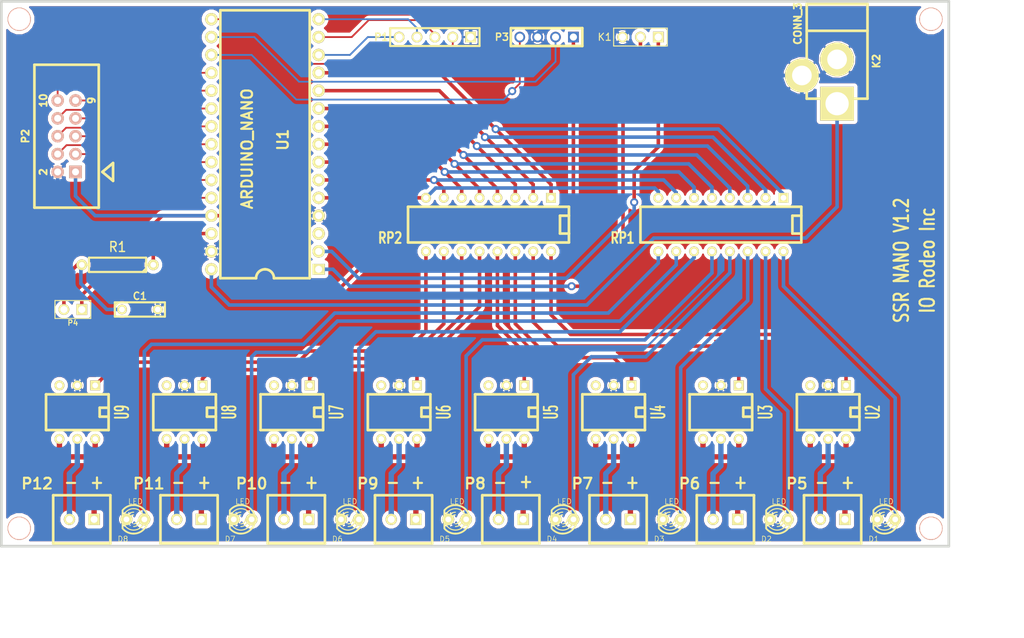
<source format=kicad_pcb>
(kicad_pcb (version 3) (host pcbnew "(2013-jul-07)-stable")
  (layers (15 Component signal) (0 Copper signal) (18 B.Paste user) (19 F.Paste user) (20 B.SilkS user) (21 F.SilkS user) (22 B.Mask user) (23 F.Mask user) (28 Edge.Cuts user))
  (net 0 "")
  (net 1 /+5V)
  (net 2 /3V3)
  (net 3 /A0)
  (net 4 /A1)
  (net 5 /A2)
  (net 6 /A3)
  (net 7 /A4)
  (net 8 /A5)
  (net 9 /A6)
  (net 10 /A7)
  (net 11 /AREF)
  (net 12 /D0/RX)
  (net 13 /D1/TX)
  (net 14 /D10/SS)
  (net 15 /D11/MOSI)
  (net 16 /D12/MISO)
  (net 17 /D13/SCK)
  (net 18 /D2)
  (net 19 /D3)
  (net 20 /D4)
  (net 21 /D5)
  (net 22 /D6)
  (net 23 /D7)
  (net 24 /D8)
  (net 25 /D9)
  (net 26 /GND)
  (net 27 /RST)
  (net 28 /VIN)
  (net 29 N-000005)
  (net 30 N-000008)
  (net 31 N-000009)
  (net 32 N-000010)
  (net 33 N-000011)
  (net 34 N-000012)
  (net 35 N-000020)
  (net 36 N-000021)
  (net 37 N-000022)
  (net 38 N-000023)
  (net 39 N-000024)
  (net 40 N-000025)
  (net 41 N-000026)
  (net 42 N-000027)
  (net 43 N-000028)
  (net 44 N-000029)
  (net 45 N-000030)
  (net 46 N-000031)
  (net 47 N-000032)
  (net 48 N-000033)
  (net 49 N-000034)
  (net 50 N-000035)
  (net 51 N-000036)
  (net 52 N-000037)
  (net 53 N-000038)
  (net 54 N-000039)
  (net 55 N-000047)
  (net 56 N-000048)
  (net 57 N-000049)
  (net 58 N-000050)
  (net 59 N-000051)
  (net 60 N-000052)
  (net 61 N-000053)
  (module arduino_nano (layer Component) (at 113.03 69.85 180)
    (fp_text reference U1 (at -2.54 0.635 270) (layer F.SilkS) (effects (font (size 1.524 1.524) (thickness 0.3048))))
    (fp_text value ARDUINO_NANO (at 2.54 -0.635 270) (layer F.SilkS) (effects (font (size 1.524 1.524) (thickness 0.3048))))
    (pad 1 thru_hole rect (at -7.62 -17.78 180) (size 1.7526 1.524) (drill 0.9906) (layers *.Cu *.Mask F.SilkS) (net 13 /D1/TX))
    (pad 2 thru_hole circle (at -7.62 -15.24 180) (size 1.7526 1.7526) (drill 0.9906) (layers *.Cu *.Mask F.SilkS) (net 12 /D0/RX))
    (pad 3 thru_hole circle (at -7.62 -12.7 180) (size 1.7526 1.7526) (drill 0.9906) (layers *.Cu *.Mask F.SilkS))
    (pad 4 thru_hole circle (at -7.62 -10.16 180) (size 1.7526 1.7526) (drill 0.9906) (layers *.Cu *.Mask F.SilkS) (net 26 /GND))
    (pad 5 thru_hole circle (at -7.62 -7.62 180) (size 1.7526 1.7526) (drill 0.9906) (layers *.Cu *.Mask F.SilkS) (net 18 /D2))
    (pad 6 thru_hole circle (at -7.62 -5.08 180) (size 1.7526 1.7526) (drill 0.9906) (layers *.Cu *.Mask F.SilkS) (net 19 /D3))
    (pad 7 thru_hole circle (at -7.62 -2.54 180) (size 1.7526 1.7526) (drill 0.9906) (layers *.Cu *.Mask F.SilkS) (net 20 /D4))
    (pad 8 thru_hole circle (at -7.62 0 180) (size 1.7526 1.7526) (drill 0.9906) (layers *.Cu *.Mask F.SilkS) (net 21 /D5))
    (pad 9 thru_hole circle (at -7.62 2.54 180) (size 1.7526 1.7526) (drill 0.9906) (layers *.Cu *.Mask F.SilkS) (net 22 /D6))
    (pad 10 thru_hole circle (at -7.62 5.08 180) (size 1.7526 1.7526) (drill 0.9906) (layers *.Cu *.Mask F.SilkS) (net 23 /D7))
    (pad 11 thru_hole circle (at -7.62 7.62 180) (size 1.7526 1.7526) (drill 0.9906) (layers *.Cu *.Mask F.SilkS) (net 24 /D8))
    (pad 12 thru_hole circle (at -7.62 10.16 180) (size 1.7526 1.7526) (drill 0.9906) (layers *.Cu *.Mask F.SilkS) (net 25 /D9))
    (pad 13 thru_hole circle (at -7.62 12.7 180) (size 1.7526 1.7526) (drill 0.9906) (layers *.Cu *.Mask F.SilkS) (net 14 /D10/SS))
    (pad 14 thru_hole circle (at -7.62 15.24 180) (size 1.7526 1.7526) (drill 0.9906) (layers *.Cu *.Mask F.SilkS) (net 15 /D11/MOSI))
    (pad 15 thru_hole circle (at -7.62 17.78 180) (size 1.7526 1.7526) (drill 0.9906) (layers *.Cu *.Mask F.SilkS) (net 16 /D12/MISO))
    (pad 16 thru_hole circle (at 7.62 17.78 180) (size 1.7526 1.7526) (drill 0.9906) (layers *.Cu *.Mask F.SilkS) (net 17 /D13/SCK))
    (pad 17 thru_hole circle (at 7.62 15.24 180) (size 1.7526 1.7526) (drill 0.9906) (layers *.Cu *.Mask F.SilkS) (net 2 /3V3))
    (pad 18 thru_hole circle (at 7.62 12.7 180) (size 1.7526 1.7526) (drill 0.9906) (layers *.Cu *.Mask F.SilkS) (net 11 /AREF))
    (pad 19 thru_hole circle (at 7.62 10.16 180) (size 1.7526 1.7526) (drill 0.9906) (layers *.Cu *.Mask F.SilkS) (net 3 /A0))
    (pad 20 thru_hole circle (at 7.62 7.62 180) (size 1.7526 1.7526) (drill 0.9906) (layers *.Cu *.Mask F.SilkS) (net 4 /A1))
    (pad 21 thru_hole circle (at 7.62 5.08 180) (size 1.7526 1.7526) (drill 0.9906) (layers *.Cu *.Mask F.SilkS) (net 5 /A2))
    (pad 22 thru_hole circle (at 7.62 2.54 180) (size 1.7526 1.7526) (drill 0.9906) (layers *.Cu *.Mask F.SilkS) (net 6 /A3))
    (pad 23 thru_hole circle (at 7.62 0 180) (size 1.7526 1.7526) (drill 0.9906) (layers *.Cu *.Mask F.SilkS) (net 7 /A4))
    (pad 24 thru_hole circle (at 7.62 -2.54 180) (size 1.7526 1.7526) (drill 0.9906) (layers *.Cu *.Mask F.SilkS) (net 8 /A5))
    (pad 25 thru_hole circle (at 7.62 -5.08 180) (size 1.7526 1.7526) (drill 0.9906) (layers *.Cu *.Mask F.SilkS) (net 9 /A6))
    (pad 26 thru_hole circle (at 7.62 -7.62 180) (size 1.7526 1.7526) (drill 0.9906) (layers *.Cu *.Mask F.SilkS) (net 10 /A7))
    (pad 27 thru_hole circle (at 7.62 -10.16 180) (size 1.7526 1.7526) (drill 0.9906) (layers *.Cu *.Mask F.SilkS) (net 1 /+5V))
    (pad 28 thru_hole circle (at 7.62 -12.7 180) (size 1.7526 1.7526) (drill 0.9906) (layers *.Cu *.Mask F.SilkS) (net 27 /RST))
    (pad 29 thru_hole circle (at 7.62 -15.24 180) (size 1.7526 1.7526) (drill 0.9906) (layers *.Cu *.Mask F.SilkS) (net 26 /GND))
    (pad 30 thru_hole circle (at 7.62 -17.78 180) (size 1.7526 1.7526) (drill 0.9906) (layers *.Cu *.Mask F.SilkS) (net 28 /VIN))
  )
  (module C2 (layer Component) (at 95.25 93.345)
    (fp_text reference C1 (at 0 -1.905) (layer F.SilkS) (effects (font (size 1.016 1.016) (thickness 0.2032))))
    (fp_text value C hide)
    (pad 1 thru_hole circle (at -2.54 0) (size 1.397 1.397) (drill 0.8128) (layers *.Cu *.Mask F.SilkS) (net 30 N-000008))
    (pad 2 thru_hole circle (at 2.54 0) (size 1.397 1.397) (drill 0.8128) (layers *.Cu *.Mask F.SilkS) (net 26 /GND))
  )
  (module DIP-16__300 (layer Component) (at 144.78 81.28 180)
    (fp_text reference RP2 (at 13.97 -1.905 180) (layer F.SilkS) (effects (font (size 1.524 1.143) (thickness 0.28702))))
    (fp_text value R_PACK8_150_Ohm hide)
    (pad 1 thru_hole rect (at -8.89 3.81 180) (size 1.397 1.397) (drill 0.8128) (layers *.Cu *.Mask F.SilkS) (net 25 /D9))
    (pad 2 thru_hole circle (at -6.35 3.81 180) (size 1.397 1.397) (drill 0.8128) (layers *.Cu *.Mask F.SilkS) (net 24 /D8))
    (pad 3 thru_hole circle (at -3.81 3.81 180) (size 1.397 1.397) (drill 0.8128) (layers *.Cu *.Mask F.SilkS) (net 23 /D7))
    (pad 4 thru_hole circle (at -1.27 3.81 180) (size 1.397 1.397) (drill 0.8128) (layers *.Cu *.Mask F.SilkS) (net 22 /D6))
    (pad 5 thru_hole circle (at 1.27 3.81 180) (size 1.397 1.397) (drill 0.8128) (layers *.Cu *.Mask F.SilkS) (net 21 /D5))
    (pad 6 thru_hole circle (at 3.81 3.81 180) (size 1.397 1.397) (drill 0.8128) (layers *.Cu *.Mask F.SilkS) (net 20 /D4))
    (pad 7 thru_hole circle (at 6.35 3.81 180) (size 1.397 1.397) (drill 0.8128) (layers *.Cu *.Mask F.SilkS) (net 19 /D3))
    (pad 8 thru_hole circle (at 8.89 3.81 180) (size 1.397 1.397) (drill 0.8128) (layers *.Cu *.Mask F.SilkS) (net 18 /D2))
    (pad 9 thru_hole circle (at 8.89 -3.81 180) (size 1.397 1.397) (drill 0.8128) (layers *.Cu *.Mask F.SilkS) (net 43 N-000028))
    (pad 10 thru_hole circle (at 6.35 -3.81 180) (size 1.397 1.397) (drill 0.8128) (layers *.Cu *.Mask F.SilkS) (net 50 N-000035))
    (pad 11 thru_hole circle (at 3.81 -3.81 180) (size 1.397 1.397) (drill 0.8128) (layers *.Cu *.Mask F.SilkS) (net 44 N-000029))
    (pad 12 thru_hole circle (at 1.27 -3.81 180) (size 1.397 1.397) (drill 0.8128) (layers *.Cu *.Mask F.SilkS) (net 49 N-000034))
    (pad 13 thru_hole circle (at -1.27 -3.81 180) (size 1.397 1.397) (drill 0.8128) (layers *.Cu *.Mask F.SilkS) (net 45 N-000030))
    (pad 14 thru_hole circle (at -3.81 -3.81 180) (size 1.397 1.397) (drill 0.8128) (layers *.Cu *.Mask F.SilkS) (net 48 N-000033))
    (pad 15 thru_hole circle (at -6.35 -3.81 180) (size 1.397 1.397) (drill 0.8128) (layers *.Cu *.Mask F.SilkS) (net 46 N-000031))
    (pad 16 thru_hole circle (at -8.89 -3.81 180) (size 1.397 1.397) (drill 0.8128) (layers *.Cu *.Mask F.SilkS) (net 47 N-000032))
  )
  (module DIP-16__300 (layer Component) (at 177.8 81.28 180)
    (fp_text reference RP1 (at 13.97 -1.905 180) (layer F.SilkS) (effects (font (size 1.524 1.143) (thickness 0.28702))))
    (fp_text value R_PACK8_150_Ohm hide)
    (pad 1 thru_hole rect (at -8.89 3.81 180) (size 1.397 1.397) (drill 0.8128) (layers *.Cu *.Mask F.SilkS) (net 25 /D9))
    (pad 2 thru_hole circle (at -6.35 3.81 180) (size 1.397 1.397) (drill 0.8128) (layers *.Cu *.Mask F.SilkS) (net 24 /D8))
    (pad 3 thru_hole circle (at -3.81 3.81 180) (size 1.397 1.397) (drill 0.8128) (layers *.Cu *.Mask F.SilkS) (net 23 /D7))
    (pad 4 thru_hole circle (at -1.27 3.81 180) (size 1.397 1.397) (drill 0.8128) (layers *.Cu *.Mask F.SilkS) (net 22 /D6))
    (pad 5 thru_hole circle (at 1.27 3.81 180) (size 1.397 1.397) (drill 0.8128) (layers *.Cu *.Mask F.SilkS) (net 21 /D5))
    (pad 6 thru_hole circle (at 3.81 3.81 180) (size 1.397 1.397) (drill 0.8128) (layers *.Cu *.Mask F.SilkS) (net 20 /D4))
    (pad 7 thru_hole circle (at 6.35 3.81 180) (size 1.397 1.397) (drill 0.8128) (layers *.Cu *.Mask F.SilkS) (net 19 /D3))
    (pad 8 thru_hole circle (at 8.89 3.81 180) (size 1.397 1.397) (drill 0.8128) (layers *.Cu *.Mask F.SilkS) (net 18 /D2))
    (pad 9 thru_hole circle (at 8.89 -3.81 180) (size 1.397 1.397) (drill 0.8128) (layers *.Cu *.Mask F.SilkS) (net 54 N-000039))
    (pad 10 thru_hole circle (at 6.35 -3.81 180) (size 1.397 1.397) (drill 0.8128) (layers *.Cu *.Mask F.SilkS) (net 35 N-000020))
    (pad 11 thru_hole circle (at 3.81 -3.81 180) (size 1.397 1.397) (drill 0.8128) (layers *.Cu *.Mask F.SilkS) (net 53 N-000038))
    (pad 12 thru_hole circle (at 1.27 -3.81 180) (size 1.397 1.397) (drill 0.8128) (layers *.Cu *.Mask F.SilkS) (net 36 N-000021))
    (pad 13 thru_hole circle (at -1.27 -3.81 180) (size 1.397 1.397) (drill 0.8128) (layers *.Cu *.Mask F.SilkS) (net 52 N-000037))
    (pad 14 thru_hole circle (at -3.81 -3.81 180) (size 1.397 1.397) (drill 0.8128) (layers *.Cu *.Mask F.SilkS) (net 37 N-000022))
    (pad 15 thru_hole circle (at -6.35 -3.81 180) (size 1.397 1.397) (drill 0.8128) (layers *.Cu *.Mask F.SilkS) (net 38 N-000023))
    (pad 16 thru_hole circle (at -8.89 -3.81 180) (size 1.397 1.397) (drill 0.8128) (layers *.Cu *.Mask F.SilkS) (net 51 N-000036))
  )
  (module PIN_ARRAY_2X1 (layer Component) (at 85.725 93.345 180)
    (fp_text reference P4 (at 0 -1.905 180) (layer F.SilkS) (effects (font (size 0.762 0.762) (thickness 0.1524))))
    (fp_text value CONN_2 hide)
    (pad 1 thru_hole rect (at -1.27 0 180) (size 1.524 1.524) (drill 1.016) (layers *.Cu *.Mask F.SilkS) (net 27 /RST))
    (pad 2 thru_hole circle (at 1.27 0 180) (size 1.524 1.524) (drill 1.016) (layers *.Cu *.Mask F.SilkS) (net 30 N-000008))
  )
  (module PIN_ARRAY_3X1_MOD (layer Component) (at 166.37 54.61 180)
    (fp_text reference K1 (at 5.08 0 180) (layer F.SilkS) (effects (font (size 1.016 1.016) (thickness 0.1524))))
    (fp_text value CONN_3 hide)
    (pad 1 thru_hole rect (at -2.54 0 180) (size 1.524 1.524) (drill 1.016) (layers *.Cu *.Mask F.SilkS) (net 12 /D0/RX))
    (pad 2 thru_hole circle (at 0 0 180) (size 1.524 1.524) (drill 1.016) (layers *.Cu *.Mask F.SilkS) (net 13 /D1/TX))
    (pad 3 thru_hole circle (at 2.54 0 180) (size 1.524 1.524) (drill 1.016) (layers *.Cu *.Mask F.SilkS) (net 26 /GND))
  )
  (module PIN_ARRAY_4X1 (layer Component) (at 153.035 54.61 180)
    (fp_text reference P3 (at 6.35 0 180) (layer F.SilkS) (effects (font (size 1.016 1.016) (thickness 0.2032))))
    (fp_text value CONN_4 hide)
    (pad 1 thru_hole rect (at -3.81 0 180) (size 1.524 1.524) (drill 1.016) (layers *.Cu) (net 1 /+5V))
    (pad 2 thru_hole circle (at -1.27 0 180) (size 1.524 1.524) (drill 1.016) (layers *.Cu) (net 2 /3V3))
    (pad 3 thru_hole circle (at 1.27 0 180) (size 1.524 1.524) (drill 1.016) (layers *.Cu) (net 26 /GND))
    (pad 4 thru_hole circle (at 3.81 0 180) (size 1.524 1.524) (drill 1.016) (layers *.Cu) (net 11 /AREF))
  )
  (module R4 (layer Component) (at 92.075 86.995 180)
    (fp_text reference R1 (at 0 2.54 180) (layer F.SilkS) (effects (font (size 1.397 1.27) (thickness 0.2032))))
    (fp_text value R hide)
    (pad 1 thru_hole circle (at -5.08 0 180) (size 1.524 1.524) (drill 0.8128) (layers *.Cu *.Mask F.SilkS) (net 1 /+5V))
    (pad 2 thru_hole circle (at 5.08 0 180) (size 1.524 1.524) (drill 0.8128) (layers *.Cu *.Mask F.SilkS) (net 30 N-000008))
  )
  (module HEADER_5x2_LARGE (layer Component) (at 84.836 68.707 90)
    (fp_text reference P2 (at 0 -5.842 90) (layer F.SilkS) (effects (font (size 1.016 1.016) (thickness 0.254))))
    (fp_text value CONN_5X2 hide)
    (fp_text user 2 (at -5.08 -3.302 90) (layer F.SilkS) (effects (font (size 1.016 1.016) (thickness 0.254))))
    (fp_text user 10 (at 5.08 -3.302 90) (layer F.SilkS) (effects (font (size 1.016 1.016) (thickness 0.254))))
    (fp_text user 9 (at 5.08 3.556 90) (layer F.SilkS) (effects (font (size 1.016 1.016) (thickness 0.254))))
    (pad 1 thru_hole rect (at -5.08 1.27 90) (size 1.778 1.778) (drill 0.9906) (layers *.Cu *.SilkS *.Mask) (net 1 /+5V))
    (pad 2 thru_hole circle (at -5.08 -1.27 90) (size 1.778 1.778) (drill 0.9906) (layers *.Cu *.SilkS *.Mask) (net 26 /GND))
    (pad 3 thru_hole circle (at -2.54 1.27 90) (size 1.778 1.778) (drill 0.9906) (layers *.Cu *.SilkS *.Mask) (net 10 /A7))
    (pad 4 thru_hole circle (at -2.54 -1.27 90) (size 1.778 1.778) (drill 0.9906) (layers *.Cu *.SilkS *.Mask) (net 9 /A6))
    (pad 5 thru_hole circle (at 0 1.27 90) (size 1.778 1.778) (drill 0.9906) (layers *.Cu *.SilkS *.Mask) (net 8 /A5))
    (pad 6 thru_hole circle (at 0 -1.27 90) (size 1.778 1.778) (drill 0.9906) (layers *.Cu *.SilkS *.Mask) (net 7 /A4))
    (pad 7 thru_hole circle (at 2.54 1.27 90) (size 1.778 1.778) (drill 0.9906) (layers *.Cu *.SilkS *.Mask) (net 6 /A3))
    (pad 8 thru_hole circle (at 2.54 -1.27 90) (size 1.778 1.778) (drill 0.9906) (layers *.Cu *.SilkS *.Mask) (net 5 /A2))
    (pad 9 thru_hole circle (at 5.08 1.27 90) (size 1.778 1.778) (drill 0.9906) (layers *.Cu *.SilkS *.Mask) (net 4 /A1))
    (pad 10 thru_hole circle (at 5.08 -1.27 90) (size 1.778 1.778) (drill 0.9906) (layers *.Cu *.SilkS *.Mask) (net 3 /A0))
  )
  (module MOUNT_HOLE_4_40 (layer Component) (at 78.74 124.46)
    (fp_text reference MOUNT_HOLE hide)
    (fp_text value VAL** hide)
    (pad "" thru_hole circle (at -0.635 0) (size 3.302 3.302) (drill 3.048) (layers *.Cu *.SilkS *.Mask))
  )
  (module MOUNT_HOLE_4_40 (layer Component) (at 207.01 53.34)
    (fp_text reference MOUNT_HOLE hide)
    (fp_text value VAL** hide)
    (pad "" thru_hole circle (at 0.635 -1.27) (size 3.302 3.302) (drill 3.048) (layers *.Cu *.SilkS *.Mask))
  )
  (module MOUNT_HOLE_4_40 (layer Component) (at 207.01 124.46)
    (fp_text reference MOUNT_HOLE hide)
    (fp_text value VAL** hide)
    (pad "" thru_hole circle (at 0.635 0) (size 3.302 3.302) (drill 3.048) (layers *.Cu *.SilkS *.Mask))
  )
  (module MOUNT_HOLE_4_40 (layer Component) (at 78.74 53.34)
    (fp_text reference MOUNT_HOLE hide)
    (fp_text value VAL** hide)
    (pad "" thru_hole circle (at -0.635 -1.27) (size 3.302 3.302) (drill 3.048) (layers *.Cu *.SilkS *.Mask))
  )
  (module DIP-6__300 (layer Component) (at 86.36 107.95 180)
    (fp_text reference U9 (at -6.35 0 270) (layer F.SilkS) (effects (font (size 1.905 1.016) (thickness 0.254))))
    (fp_text value SSR_DC_6PIN hide)
    (pad 1 thru_hole rect (at -2.54 3.81 180) (size 1.397 1.397) (drill 0.8128) (layers *.Cu *.Mask F.SilkS) (net 43 N-000028))
    (pad 2 thru_hole circle (at 0 3.81 180) (size 1.397 1.397) (drill 0.8128) (layers *.Cu *.Mask F.SilkS) (net 26 /GND))
    (pad 3 thru_hole circle (at 2.54 3.81 180) (size 1.397 1.397) (drill 0.8128) (layers *.Cu *.Mask F.SilkS))
    (pad 4 thru_hole circle (at 2.54 -3.81 180) (size 1.397 1.397) (drill 0.8128) (layers *.Cu *.Mask F.SilkS) (net 39 N-000024))
    (pad 5 thru_hole circle (at 0 -3.81 180) (size 1.397 1.397) (drill 0.8128) (layers *.Cu *.Mask F.SilkS) (net 61 N-000053))
    (pad 6 thru_hole circle (at -2.54 -3.81 180) (size 1.397 1.397) (drill 0.8128) (layers *.Cu *.Mask F.SilkS) (net 39 N-000024))
  )
  (module DIP-6__300 (layer Component) (at 101.6 107.95 180)
    (fp_text reference U8 (at -6.35 0 270) (layer F.SilkS) (effects (font (size 1.905 1.016) (thickness 0.254))))
    (fp_text value SSR_DC_6PIN hide)
    (pad 1 thru_hole rect (at -2.54 3.81 180) (size 1.397 1.397) (drill 0.8128) (layers *.Cu *.Mask F.SilkS) (net 50 N-000035))
    (pad 2 thru_hole circle (at 0 3.81 180) (size 1.397 1.397) (drill 0.8128) (layers *.Cu *.Mask F.SilkS) (net 26 /GND))
    (pad 3 thru_hole circle (at 2.54 3.81 180) (size 1.397 1.397) (drill 0.8128) (layers *.Cu *.Mask F.SilkS))
    (pad 4 thru_hole circle (at 2.54 -3.81 180) (size 1.397 1.397) (drill 0.8128) (layers *.Cu *.Mask F.SilkS) (net 31 N-000009))
    (pad 5 thru_hole circle (at 0 -3.81 180) (size 1.397 1.397) (drill 0.8128) (layers *.Cu *.Mask F.SilkS) (net 60 N-000052))
    (pad 6 thru_hole circle (at -2.54 -3.81 180) (size 1.397 1.397) (drill 0.8128) (layers *.Cu *.Mask F.SilkS) (net 31 N-000009))
  )
  (module DIP-6__300 (layer Component) (at 116.84 107.95 180)
    (fp_text reference U7 (at -6.35 0 270) (layer F.SilkS) (effects (font (size 1.905 1.016) (thickness 0.254))))
    (fp_text value SSR_DC_6PIN hide)
    (pad 1 thru_hole rect (at -2.54 3.81 180) (size 1.397 1.397) (drill 0.8128) (layers *.Cu *.Mask F.SilkS) (net 44 N-000029))
    (pad 2 thru_hole circle (at 0 3.81 180) (size 1.397 1.397) (drill 0.8128) (layers *.Cu *.Mask F.SilkS) (net 26 /GND))
    (pad 3 thru_hole circle (at 2.54 3.81 180) (size 1.397 1.397) (drill 0.8128) (layers *.Cu *.Mask F.SilkS))
    (pad 4 thru_hole circle (at 2.54 -3.81 180) (size 1.397 1.397) (drill 0.8128) (layers *.Cu *.Mask F.SilkS) (net 40 N-000025))
    (pad 5 thru_hole circle (at 0 -3.81 180) (size 1.397 1.397) (drill 0.8128) (layers *.Cu *.Mask F.SilkS) (net 59 N-000051))
    (pad 6 thru_hole circle (at -2.54 -3.81 180) (size 1.397 1.397) (drill 0.8128) (layers *.Cu *.Mask F.SilkS) (net 40 N-000025))
  )
  (module DIP-6__300 (layer Component) (at 132.08 107.95 180)
    (fp_text reference U6 (at -6.35 0 270) (layer F.SilkS) (effects (font (size 1.905 1.016) (thickness 0.254))))
    (fp_text value SSR_DC_6PIN hide)
    (pad 1 thru_hole rect (at -2.54 3.81 180) (size 1.397 1.397) (drill 0.8128) (layers *.Cu *.Mask F.SilkS) (net 49 N-000034))
    (pad 2 thru_hole circle (at 0 3.81 180) (size 1.397 1.397) (drill 0.8128) (layers *.Cu *.Mask F.SilkS) (net 26 /GND))
    (pad 3 thru_hole circle (at 2.54 3.81 180) (size 1.397 1.397) (drill 0.8128) (layers *.Cu *.Mask F.SilkS))
    (pad 4 thru_hole circle (at 2.54 -3.81 180) (size 1.397 1.397) (drill 0.8128) (layers *.Cu *.Mask F.SilkS) (net 32 N-000010))
    (pad 5 thru_hole circle (at 0 -3.81 180) (size 1.397 1.397) (drill 0.8128) (layers *.Cu *.Mask F.SilkS) (net 58 N-000050))
    (pad 6 thru_hole circle (at -2.54 -3.81 180) (size 1.397 1.397) (drill 0.8128) (layers *.Cu *.Mask F.SilkS) (net 32 N-000010))
  )
  (module DIP-6__300 (layer Component) (at 147.32 107.95 180)
    (fp_text reference U5 (at -6.35 0 270) (layer F.SilkS) (effects (font (size 1.905 1.016) (thickness 0.254))))
    (fp_text value SSR_DC_6PIN hide)
    (pad 1 thru_hole rect (at -2.54 3.81 180) (size 1.397 1.397) (drill 0.8128) (layers *.Cu *.Mask F.SilkS) (net 45 N-000030))
    (pad 2 thru_hole circle (at 0 3.81 180) (size 1.397 1.397) (drill 0.8128) (layers *.Cu *.Mask F.SilkS) (net 26 /GND))
    (pad 3 thru_hole circle (at 2.54 3.81 180) (size 1.397 1.397) (drill 0.8128) (layers *.Cu *.Mask F.SilkS))
    (pad 4 thru_hole circle (at 2.54 -3.81 180) (size 1.397 1.397) (drill 0.8128) (layers *.Cu *.Mask F.SilkS) (net 41 N-000026))
    (pad 5 thru_hole circle (at 0 -3.81 180) (size 1.397 1.397) (drill 0.8128) (layers *.Cu *.Mask F.SilkS) (net 57 N-000049))
    (pad 6 thru_hole circle (at -2.54 -3.81 180) (size 1.397 1.397) (drill 0.8128) (layers *.Cu *.Mask F.SilkS) (net 41 N-000026))
  )
  (module DIP-6__300 (layer Component) (at 162.56 107.95 180)
    (fp_text reference U4 (at -6.35 0 270) (layer F.SilkS) (effects (font (size 1.905 1.016) (thickness 0.254))))
    (fp_text value SSR_DC_6PIN hide)
    (pad 1 thru_hole rect (at -2.54 3.81 180) (size 1.397 1.397) (drill 0.8128) (layers *.Cu *.Mask F.SilkS) (net 48 N-000033))
    (pad 2 thru_hole circle (at 0 3.81 180) (size 1.397 1.397) (drill 0.8128) (layers *.Cu *.Mask F.SilkS) (net 26 /GND))
    (pad 3 thru_hole circle (at 2.54 3.81 180) (size 1.397 1.397) (drill 0.8128) (layers *.Cu *.Mask F.SilkS))
    (pad 4 thru_hole circle (at 2.54 -3.81 180) (size 1.397 1.397) (drill 0.8128) (layers *.Cu *.Mask F.SilkS) (net 33 N-000011))
    (pad 5 thru_hole circle (at 0 -3.81 180) (size 1.397 1.397) (drill 0.8128) (layers *.Cu *.Mask F.SilkS) (net 56 N-000048))
    (pad 6 thru_hole circle (at -2.54 -3.81 180) (size 1.397 1.397) (drill 0.8128) (layers *.Cu *.Mask F.SilkS) (net 33 N-000011))
  )
  (module DIP-6__300 (layer Component) (at 177.8 107.95 180)
    (fp_text reference U3 (at -6.35 0 270) (layer F.SilkS) (effects (font (size 1.905 1.016) (thickness 0.254))))
    (fp_text value SSR_DC_6PIN hide)
    (pad 1 thru_hole rect (at -2.54 3.81 180) (size 1.397 1.397) (drill 0.8128) (layers *.Cu *.Mask F.SilkS) (net 46 N-000031))
    (pad 2 thru_hole circle (at 0 3.81 180) (size 1.397 1.397) (drill 0.8128) (layers *.Cu *.Mask F.SilkS) (net 26 /GND))
    (pad 3 thru_hole circle (at 2.54 3.81 180) (size 1.397 1.397) (drill 0.8128) (layers *.Cu *.Mask F.SilkS))
    (pad 4 thru_hole circle (at 2.54 -3.81 180) (size 1.397 1.397) (drill 0.8128) (layers *.Cu *.Mask F.SilkS) (net 34 N-000012))
    (pad 5 thru_hole circle (at 0 -3.81 180) (size 1.397 1.397) (drill 0.8128) (layers *.Cu *.Mask F.SilkS) (net 55 N-000047))
    (pad 6 thru_hole circle (at -2.54 -3.81 180) (size 1.397 1.397) (drill 0.8128) (layers *.Cu *.Mask F.SilkS) (net 34 N-000012))
  )
  (module DIP-6__300 (layer Component) (at 193.04 107.95 180)
    (fp_text reference U2 (at -6.35 0 270) (layer F.SilkS) (effects (font (size 1.905 1.016) (thickness 0.254))))
    (fp_text value SSR_DC_6PIN hide)
    (pad 1 thru_hole rect (at -2.54 3.81 180) (size 1.397 1.397) (drill 0.8128) (layers *.Cu *.Mask F.SilkS) (net 47 N-000032))
    (pad 2 thru_hole circle (at 0 3.81 180) (size 1.397 1.397) (drill 0.8128) (layers *.Cu *.Mask F.SilkS) (net 26 /GND))
    (pad 3 thru_hole circle (at 2.54 3.81 180) (size 1.397 1.397) (drill 0.8128) (layers *.Cu *.Mask F.SilkS))
    (pad 4 thru_hole circle (at 2.54 -3.81 180) (size 1.397 1.397) (drill 0.8128) (layers *.Cu *.Mask F.SilkS) (net 42 N-000027))
    (pad 5 thru_hole circle (at 0 -3.81 180) (size 1.397 1.397) (drill 0.8128) (layers *.Cu *.Mask F.SilkS) (net 29 N-000005))
    (pad 6 thru_hole circle (at -2.54 -3.81 180) (size 1.397 1.397) (drill 0.8128) (layers *.Cu *.Mask F.SilkS) (net 42 N-000027))
  )
  (module BLOCK_CONN_2X1 (layer Component) (at 86.995 123.19 180)
    (fp_text reference P12 (at 6.35 5.08 180) (layer F.SilkS) (effects (font (size 1.524 1.524) (thickness 0.3048))))
    (fp_text value 2X_BLOCK_CONN hide)
    (pad 1 thru_hole rect (at -1.75006 0 180) (size 1.6002 1.6002) (drill 1.00076) (layers *.Cu *.Mask F.SilkS) (net 39 N-000024))
    (pad 2 thru_hole circle (at 1.75006 0 180) (size 1.6002 1.6002) (drill 1.00076) (layers *.Cu *.Mask F.SilkS) (net 61 N-000053))
  )
  (module BLOCK_CONN_2X1 (layer Component) (at 102.235 123.19 180)
    (fp_text reference P11 (at 5.715 5.08 180) (layer F.SilkS) (effects (font (size 1.524 1.524) (thickness 0.3048))))
    (fp_text value 2X_BLOCK_CONN hide)
    (pad 1 thru_hole rect (at -1.75006 0 180) (size 1.6002 1.6002) (drill 1.00076) (layers *.Cu *.Mask F.SilkS) (net 31 N-000009))
    (pad 2 thru_hole circle (at 1.75006 0 180) (size 1.6002 1.6002) (drill 1.00076) (layers *.Cu *.Mask F.SilkS) (net 60 N-000052))
  )
  (module BLOCK_CONN_2X1 (layer Component) (at 117.475 123.19 180)
    (fp_text reference P10 (at 6.35 5.08 180) (layer F.SilkS) (effects (font (size 1.524 1.524) (thickness 0.3048))))
    (fp_text value 2X_BLOCK_CONN hide)
    (pad 1 thru_hole rect (at -1.75006 0 180) (size 1.6002 1.6002) (drill 1.00076) (layers *.Cu *.Mask F.SilkS) (net 40 N-000025))
    (pad 2 thru_hole circle (at 1.75006 0 180) (size 1.6002 1.6002) (drill 1.00076) (layers *.Cu *.Mask F.SilkS) (net 59 N-000051))
  )
  (module BLOCK_CONN_2X1 (layer Component) (at 132.715 123.19 180)
    (fp_text reference P9 (at 5.08 5.08 180) (layer F.SilkS) (effects (font (size 1.524 1.524) (thickness 0.3048))))
    (fp_text value 2X_BLOCK_CONN hide)
    (pad 1 thru_hole rect (at -1.75006 0 180) (size 1.6002 1.6002) (drill 1.00076) (layers *.Cu *.Mask F.SilkS) (net 32 N-000010))
    (pad 2 thru_hole circle (at 1.75006 0 180) (size 1.6002 1.6002) (drill 1.00076) (layers *.Cu *.Mask F.SilkS) (net 58 N-000050))
  )
  (module BLOCK_CONN_2X1 (layer Component) (at 147.955 123.19 180)
    (fp_text reference P8 (at 5.08 5.08 180) (layer F.SilkS) (effects (font (size 1.524 1.524) (thickness 0.3048))))
    (fp_text value 2X_BLOCK_CONN hide)
    (pad 1 thru_hole rect (at -1.75006 0 180) (size 1.6002 1.6002) (drill 1.00076) (layers *.Cu *.Mask F.SilkS) (net 41 N-000026))
    (pad 2 thru_hole circle (at 1.75006 0 180) (size 1.6002 1.6002) (drill 1.00076) (layers *.Cu *.Mask F.SilkS) (net 57 N-000049))
  )
  (module BLOCK_CONN_2X1 (layer Component) (at 163.195 123.19 180)
    (fp_text reference P7 (at 5.08 5.08 180) (layer F.SilkS) (effects (font (size 1.524 1.524) (thickness 0.3048))))
    (fp_text value 2X_BLOCK_CONN hide)
    (pad 1 thru_hole rect (at -1.75006 0 180) (size 1.6002 1.6002) (drill 1.00076) (layers *.Cu *.Mask F.SilkS) (net 33 N-000011))
    (pad 2 thru_hole circle (at 1.75006 0 180) (size 1.6002 1.6002) (drill 1.00076) (layers *.Cu *.Mask F.SilkS) (net 56 N-000048))
  )
  (module BLOCK_CONN_2X1 (layer Component) (at 178.435 123.19 180)
    (fp_text reference P6 (at 5.08 5.08 180) (layer F.SilkS) (effects (font (size 1.524 1.524) (thickness 0.3048))))
    (fp_text value 2X_BLOCK_CONN hide)
    (pad 1 thru_hole rect (at -1.75006 0 180) (size 1.6002 1.6002) (drill 1.00076) (layers *.Cu *.Mask F.SilkS) (net 34 N-000012))
    (pad 2 thru_hole circle (at 1.75006 0 180) (size 1.6002 1.6002) (drill 1.00076) (layers *.Cu *.Mask F.SilkS) (net 55 N-000047))
  )
  (module BLOCK_CONN_2X1 (layer Component) (at 193.675 123.19 180)
    (fp_text reference P5 (at 5.08 5.08 180) (layer F.SilkS) (effects (font (size 1.524 1.524) (thickness 0.3048))))
    (fp_text value 2X_BLOCK_CONN hide)
    (pad 1 thru_hole rect (at -1.75006 0 180) (size 1.6002 1.6002) (drill 1.00076) (layers *.Cu *.Mask F.SilkS) (net 42 N-000027))
    (pad 2 thru_hole circle (at 1.75006 0 180) (size 1.6002 1.6002) (drill 1.00076) (layers *.Cu *.Mask F.SilkS) (net 29 N-000005))
  )
  (module PIN_ARRAY_5x1 (layer Component) (at 137.16 54.61 180)
    (fp_text reference P1 (at 7.62 0 180) (layer F.SilkS) (effects (font (size 1.016 1.016) (thickness 0.2032))))
    (fp_text value CONN_5 hide)
    (pad 1 thru_hole rect (at -5.08 0 180) (size 1.524 1.524) (drill 1.016) (layers *.Cu *.Mask F.SilkS) (net 26 /GND))
    (pad 2 thru_hole circle (at -2.54 0 180) (size 1.524 1.524) (drill 1.016) (layers *.Cu *.Mask F.SilkS) (net 17 /D13/SCK))
    (pad 3 thru_hole circle (at 0 0 180) (size 1.524 1.524) (drill 1.016) (layers *.Cu *.Mask F.SilkS) (net 15 /D11/MOSI))
    (pad 4 thru_hole circle (at 2.54 0 180) (size 1.524 1.524) (drill 1.016) (layers *.Cu *.Mask F.SilkS) (net 16 /D12/MISO))
    (pad 5 thru_hole circle (at 5.08 0 180) (size 1.524 1.524) (drill 1.016) (layers *.Cu *.Mask F.SilkS) (net 14 /D10/SS))
  )
  (module JACK_ALIM_MOD (layer Component) (at 194.31 57.785 270)
    (fp_text reference K2 (at 0.254 -5.588 270) (layer F.SilkS) (effects (font (size 1.016 1.016) (thickness 0.254))))
    (fp_text value CONN_3 (at -5.08 5.588 270) (layer F.SilkS) (effects (font (size 1.016 1.016) (thickness 0.254))))
    (pad 2 thru_hole circle (at 0 0 270) (size 4.8006 4.8006) (drill 2.794) (layers *.Cu *.Mask F.SilkS) (net 26 /GND))
    (pad 1 thru_hole rect (at 6.2992 0 270) (size 4.8006 4.8006) (drill 3.302) (layers *.Cu *.Mask F.SilkS) (net 28 /VIN))
    (pad 3 thru_hole circle (at 2.286 5.00126 270) (size 4.8006 4.8006) (drill 2.794) (layers *.Cu *.Mask F.SilkS) (net 26 /GND))
  )
  (module LED-3MM (layer Component) (at 125.095 123.19 180)
    (fp_text reference D6 (at 1.778 -2.794 180) (layer F.SilkS) (effects (font (size 0.762 0.762) (thickness 0.0889))))
    (fp_text value LED (at 0 2.54 180) (layer F.SilkS) (effects (font (size 0.762 0.762) (thickness 0.0889))))
    (pad 1 thru_hole circle (at -1.27 0 180) (size 1.6764 1.6764) (drill 0.8128) (layers *.Cu *.Mask F.SilkS) (net 53 N-000038))
    (pad 2 thru_hole circle (at 1.27 0 180) (size 1.6764 1.6764) (drill 0.8128) (layers *.Cu *.Mask F.SilkS) (net 26 /GND))
  )
  (module LED-3MM (layer Component) (at 140.335 123.19 180)
    (fp_text reference D5 (at 1.778 -2.794 180) (layer F.SilkS) (effects (font (size 0.762 0.762) (thickness 0.0889))))
    (fp_text value LED (at 0 2.54 180) (layer F.SilkS) (effects (font (size 0.762 0.762) (thickness 0.0889))))
    (pad 1 thru_hole circle (at -1.27 0 180) (size 1.6764 1.6764) (drill 0.8128) (layers *.Cu *.Mask F.SilkS) (net 36 N-000021))
    (pad 2 thru_hole circle (at 1.27 0 180) (size 1.6764 1.6764) (drill 0.8128) (layers *.Cu *.Mask F.SilkS) (net 26 /GND))
  )
  (module LED-3MM (layer Component) (at 94.615 123.19 180)
    (fp_text reference D8 (at 1.778 -2.794 180) (layer F.SilkS) (effects (font (size 0.762 0.762) (thickness 0.0889))))
    (fp_text value LED (at 0 2.54 180) (layer F.SilkS) (effects (font (size 0.762 0.762) (thickness 0.0889))))
    (pad 1 thru_hole circle (at -1.27 0 180) (size 1.6764 1.6764) (drill 0.8128) (layers *.Cu *.Mask F.SilkS) (net 54 N-000039))
    (pad 2 thru_hole circle (at 1.27 0 180) (size 1.6764 1.6764) (drill 0.8128) (layers *.Cu *.Mask F.SilkS) (net 26 /GND))
  )
  (module LED-3MM (layer Component) (at 109.855 123.19 180)
    (fp_text reference D7 (at 1.778 -2.794 180) (layer F.SilkS) (effects (font (size 0.762 0.762) (thickness 0.0889))))
    (fp_text value LED (at 0 2.54 180) (layer F.SilkS) (effects (font (size 0.762 0.762) (thickness 0.0889))))
    (pad 1 thru_hole circle (at -1.27 0 180) (size 1.6764 1.6764) (drill 0.8128) (layers *.Cu *.Mask F.SilkS) (net 35 N-000020))
    (pad 2 thru_hole circle (at 1.27 0 180) (size 1.6764 1.6764) (drill 0.8128) (layers *.Cu *.Mask F.SilkS) (net 26 /GND))
  )
  (module LED-3MM (layer Component) (at 155.575 123.19 180)
    (fp_text reference D4 (at 1.778 -2.794 180) (layer F.SilkS) (effects (font (size 0.762 0.762) (thickness 0.0889))))
    (fp_text value LED (at 0 2.54 180) (layer F.SilkS) (effects (font (size 0.762 0.762) (thickness 0.0889))))
    (pad 1 thru_hole circle (at -1.27 0 180) (size 1.6764 1.6764) (drill 0.8128) (layers *.Cu *.Mask F.SilkS) (net 52 N-000037))
    (pad 2 thru_hole circle (at 1.27 0 180) (size 1.6764 1.6764) (drill 0.8128) (layers *.Cu *.Mask F.SilkS) (net 26 /GND))
  )
  (module LED-3MM (layer Component) (at 186.055 123.19 180)
    (fp_text reference D2 (at 1.778 -2.794 180) (layer F.SilkS) (effects (font (size 0.762 0.762) (thickness 0.0889))))
    (fp_text value LED (at 0 2.54 180) (layer F.SilkS) (effects (font (size 0.762 0.762) (thickness 0.0889))))
    (pad 1 thru_hole circle (at -1.27 0 180) (size 1.6764 1.6764) (drill 0.8128) (layers *.Cu *.Mask F.SilkS) (net 38 N-000023))
    (pad 2 thru_hole circle (at 1.27 0 180) (size 1.6764 1.6764) (drill 0.8128) (layers *.Cu *.Mask F.SilkS) (net 26 /GND))
  )
  (module LED-3MM (layer Component) (at 170.815 123.19 180)
    (fp_text reference D3 (at 1.778 -2.794 180) (layer F.SilkS) (effects (font (size 0.762 0.762) (thickness 0.0889))))
    (fp_text value LED (at 0 2.54 180) (layer F.SilkS) (effects (font (size 0.762 0.762) (thickness 0.0889))))
    (pad 1 thru_hole circle (at -1.27 0 180) (size 1.6764 1.6764) (drill 0.8128) (layers *.Cu *.Mask F.SilkS) (net 37 N-000022))
    (pad 2 thru_hole circle (at 1.27 0 180) (size 1.6764 1.6764) (drill 0.8128) (layers *.Cu *.Mask F.SilkS) (net 26 /GND))
  )
  (module LED-3MM (layer Component) (at 201.295 123.19 180)
    (fp_text reference D1 (at 1.778 -2.794 180) (layer F.SilkS) (effects (font (size 0.762 0.762) (thickness 0.0889))))
    (fp_text value LED (at 0 2.54 180) (layer F.SilkS) (effects (font (size 0.762 0.762) (thickness 0.0889))))
    (pad 1 thru_hole circle (at -1.27 0 180) (size 1.6764 1.6764) (drill 0.8128) (layers *.Cu *.Mask F.SilkS) (net 51 N-000036))
    (pad 2 thru_hole circle (at 1.27 0 180) (size 1.6764 1.6764) (drill 0.8128) (layers *.Cu *.Mask F.SilkS) (net 26 /GND))
  )
  (gr_text "IO Rodeo Inc" (at 207.137 86.36 90) (layer F.SilkS) (effects (font (size 2.032 1.524) (thickness 0.3048))))
  (gr_text "SSR NANO V1.2" (at 203.454 86.36 90) (layer F.SilkS) (effects (font (size 2.032 1.524) (thickness 0.3048))))
  (gr_text + (at 195.834 117.856) (layer F.SilkS) (effects (font (size 2.032 1.524) (thickness 0.3048))))
  (gr_text - (at 192.151 117.856) (layer F.SilkS) (effects (font (size 2.032 1.524) (thickness 0.3048))))
  (gr_text + (at 180.594 117.856) (layer F.SilkS) (effects (font (size 2.032 1.524) (thickness 0.3048))))
  (gr_text - (at 176.911 117.856) (layer F.SilkS) (effects (font (size 2.032 1.524) (thickness 0.3048))))
  (gr_text + (at 165.227 117.856) (layer F.SilkS) (effects (font (size 2.032 1.524) (thickness 0.3048))))
  (gr_text - (at 161.671 117.856) (layer F.SilkS) (effects (font (size 2.032 1.524) (thickness 0.3048))))
  (gr_text + (at 150.114 117.729) (layer F.SilkS) (effects (font (size 2.032 1.524) (thickness 0.3048))))
  (gr_text - (at 146.431 117.856) (layer F.SilkS) (effects (font (size 2.032 1.524) (thickness 0.3048))))
  (gr_text + (at 134.747 117.856) (layer F.SilkS) (effects (font (size 2.032 1.524) (thickness 0.3048))))
  (gr_text - (at 131.191 117.856) (layer F.SilkS) (effects (font (size 2.032 1.524) (thickness 0.3048))))
  (gr_text + (at 119.634 117.856) (layer F.SilkS) (effects (font (size 2.032 1.524) (thickness 0.3048))))
  (gr_text - (at 115.951 117.856) (layer F.SilkS) (effects (font (size 2.032 1.524) (thickness 0.3048))))
  (gr_text + (at 104.394 117.856) (layer F.SilkS) (effects (font (size 2.032 1.524) (thickness 0.3048))))
  (gr_text - (at 100.711 117.856) (layer F.SilkS) (effects (font (size 2.032 1.524) (thickness 0.3048))))
  (gr_text + (at 89.154 117.856) (layer F.SilkS) (effects (font (size 2.032 1.524) (thickness 0.3048))))
  (gr_text - (at 85.471 117.856) (layer F.SilkS) (effects (font (size 2.032 1.524) (thickness 0.3048))))
  (gr_line (start 75.565 49.53) (end 75.565 127) (angle 90) (layer Edge.Cuts) (width 0.381))
  (gr_line (start 210.185 49.53) (end 75.565 49.53) (angle 90) (layer Edge.Cuts) (width 0.381))
  (gr_line (start 210.185 127) (end 210.185 49.53) (angle 90) (layer Edge.Cuts) (width 0.381))
  (gr_line (start 75.565 127) (end 210.185 127) (angle 90) (layer Edge.Cuts) (width 0.381))
  (segment (start 105.41 80.01) (end 109.22 80.01) (width 0.508) (layer Component) (net 1))
  (segment (start 156.845 80.645) (end 156.845 54.61) (width 0.508) (layer Component) (net 1))
  (segment (start 156.21 81.28) (end 156.845 80.645) (width 0.508) (layer Component) (net 1))
  (segment (start 132.715 81.28) (end 156.21 81.28) (width 0.508) (layer Component) (net 1))
  (segment (start 123.825 90.17) (end 132.715 81.28) (width 0.508) (layer Component) (net 1))
  (segment (start 116.84 90.17) (end 123.825 90.17) (width 0.508) (layer Component) (net 1))
  (segment (start 115.57 88.9) (end 116.84 90.17) (width 0.508) (layer Component) (net 1))
  (segment (start 115.57 86.36) (end 115.57 88.9) (width 0.508) (layer Component) (net 1))
  (segment (start 109.22 80.01) (end 115.57 86.36) (width 0.508) (layer Component) (net 1))
  (segment (start 97.155 86.995) (end 97.155 81.28) (width 0.508) (layer Component) (net 1))
  (segment (start 98.425 80.01) (end 105.41 80.01) (width 0.508) (layer Component) (net 1))
  (segment (start 97.155 81.28) (end 98.425 80.01) (width 0.508) (layer Component) (net 1))
  (segment (start 86.106 73.787) (end 86.106 77.216) (width 0.508) (layer Copper) (net 1))
  (segment (start 88.9 80.01) (end 105.41 80.01) (width 0.508) (layer Copper) (net 1))
  (segment (start 86.106 77.216) (end 88.9 80.01) (width 0.508) (layer Copper) (net 1))
  (segment (start 105.41 54.61) (end 111.506 54.61) (width 0.254) (layer Copper) (net 2))
  (segment (start 154.305 58.1025) (end 154.305 54.61) (width 0.254) (layer Copper) (net 2))
  (segment (start 151.4475 60.96) (end 154.305 58.1025) (width 0.254) (layer Copper) (net 2))
  (segment (start 117.856 60.96) (end 151.4475 60.96) (width 0.254) (layer Copper) (net 2))
  (segment (start 111.506 54.61) (end 117.856 60.96) (width 0.254) (layer Copper) (net 2))
  (segment (start 105.41 59.69) (end 85.6615 59.69) (width 0.254) (layer Component) (net 3))
  (segment (start 83.566 61.7855) (end 83.566 63.627) (width 0.254) (layer Component) (net 3))
  (segment (start 85.6615 59.69) (end 83.566 61.7855) (width 0.254) (layer Component) (net 3))
  (segment (start 105.41 62.23) (end 89.7255 62.23) (width 0.254) (layer Component) (net 4))
  (segment (start 88.3285 63.627) (end 86.106 63.627) (width 0.254) (layer Component) (net 4))
  (segment (start 89.7255 62.23) (end 88.3285 63.627) (width 0.254) (layer Component) (net 4))
  (segment (start 105.41 64.77) (end 87.503 64.77) (width 0.254) (layer Component) (net 5))
  (segment (start 84.7725 64.9605) (end 83.566 66.167) (width 0.254) (layer Component) (net 5))
  (segment (start 87.3125 64.9605) (end 84.7725 64.9605) (width 0.254) (layer Component) (net 5))
  (segment (start 87.503 64.77) (end 87.3125 64.9605) (width 0.254) (layer Component) (net 5))
  (segment (start 105.41 67.31) (end 90.17 67.31) (width 0.254) (layer Component) (net 6))
  (segment (start 89.027 66.167) (end 86.106 66.167) (width 0.254) (layer Component) (net 6))
  (segment (start 90.17 67.31) (end 89.027 66.167) (width 0.254) (layer Component) (net 6))
  (segment (start 105.41 69.85) (end 94.0435 69.85) (width 0.254) (layer Component) (net 7))
  (segment (start 84.7725 67.5005) (end 83.566 68.707) (width 0.254) (layer Component) (net 7))
  (segment (start 87.122 67.5005) (end 84.7725 67.5005) (width 0.254) (layer Component) (net 7))
  (segment (start 87.503 67.8815) (end 87.122 67.5005) (width 0.254) (layer Component) (net 7))
  (segment (start 92.075 67.8815) (end 87.503 67.8815) (width 0.254) (layer Component) (net 7))
  (segment (start 94.0435 69.85) (end 92.075 67.8815) (width 0.254) (layer Component) (net 7))
  (segment (start 105.41 72.39) (end 94.869 72.39) (width 0.254) (layer Component) (net 8))
  (segment (start 91.186 68.707) (end 86.106 68.707) (width 0.254) (layer Component) (net 8))
  (segment (start 94.869 72.39) (end 91.186 68.707) (width 0.254) (layer Component) (net 8))
  (segment (start 105.41 74.93) (end 94.488 74.93) (width 0.254) (layer Component) (net 9))
  (segment (start 84.836 69.977) (end 83.566 71.247) (width 0.254) (layer Component) (net 9))
  (segment (start 89.535 69.977) (end 84.836 69.977) (width 0.254) (layer Component) (net 9))
  (segment (start 94.488 74.93) (end 89.535 69.977) (width 0.254) (layer Component) (net 9))
  (segment (start 105.41 77.47) (end 95.631 77.47) (width 0.254) (layer Component) (net 10))
  (segment (start 89.408 71.247) (end 86.106 71.247) (width 0.254) (layer Component) (net 10))
  (segment (start 95.631 77.47) (end 89.408 71.247) (width 0.254) (layer Component) (net 10))
  (segment (start 105.41 57.15) (end 111.125 57.15) (width 0.254) (layer Copper) (net 11))
  (segment (start 149.225 61.214) (end 149.225 54.61) (width 0.254) (layer Component) (net 11))
  (segment (start 148.1455 62.2935) (end 149.225 61.214) (width 0.254) (layer Component) (net 11))
  (via (at 148.1455 62.2935) (size 1.143) (layers Component Copper) (net 11))
  (segment (start 146.939 63.5) (end 148.1455 62.2935) (width 0.254) (layer Copper) (net 11))
  (segment (start 117.475 63.5) (end 146.939 63.5) (width 0.254) (layer Copper) (net 11))
  (segment (start 111.125 57.15) (end 117.475 63.5) (width 0.254) (layer Copper) (net 11))
  (segment (start 120.65 85.09) (end 122.4915 85.09) (width 0.508) (layer Copper) (net 12))
  (segment (start 168.91 70.231) (end 168.91 54.61) (width 0.508) (layer Component) (net 12))
  (segment (start 165.481 73.66) (end 168.91 70.231) (width 0.508) (layer Component) (net 12))
  (segment (start 165.481 78.105) (end 165.481 73.66) (width 0.508) (layer Component) (net 12))
  (via (at 165.481 78.105) (size 1.143) (layers Component Copper) (net 12))
  (segment (start 165.481 79.248) (end 165.481 78.105) (width 0.508) (layer Copper) (net 12))
  (segment (start 155.829 88.9) (end 165.481 79.248) (width 0.508) (layer Copper) (net 12))
  (segment (start 126.3015 88.9) (end 155.829 88.9) (width 0.508) (layer Copper) (net 12))
  (segment (start 122.4915 85.09) (end 126.3015 88.9) (width 0.508) (layer Copper) (net 12))
  (segment (start 120.65 87.63) (end 122.682 87.63) (width 0.508) (layer Copper) (net 13))
  (segment (start 166.37 60.0075) (end 166.37 54.61) (width 0.508) (layer Component) (net 13))
  (segment (start 163.8935 62.484) (end 166.37 60.0075) (width 0.508) (layer Component) (net 13))
  (segment (start 163.8935 84.963) (end 163.8935 62.484) (width 0.508) (layer Component) (net 13))
  (segment (start 158.8135 90.043) (end 163.8935 84.963) (width 0.508) (layer Component) (net 13))
  (segment (start 156.591 90.043) (end 158.8135 90.043) (width 0.508) (layer Component) (net 13))
  (via (at 156.591 90.043) (size 1.143) (layers Component Copper) (net 13))
  (segment (start 125.095 90.043) (end 156.591 90.043) (width 0.508) (layer Copper) (net 13))
  (segment (start 122.682 87.63) (end 125.095 90.043) (width 0.508) (layer Copper) (net 13))
  (segment (start 132.08 54.61) (end 127.635 54.61) (width 0.254) (layer Copper) (net 14))
  (segment (start 125.095 57.15) (end 120.65 57.15) (width 0.254) (layer Copper) (net 14))
  (segment (start 127.635 54.61) (end 125.095 57.15) (width 0.254) (layer Copper) (net 14))
  (segment (start 137.16 54.61) (end 137.16 54.229) (width 0.254) (layer Component) (net 15))
  (segment (start 125.349 54.61) (end 120.65 54.61) (width 0.254) (layer Component) (net 15))
  (segment (start 127.762 52.197) (end 125.349 54.61) (width 0.254) (layer Component) (net 15))
  (segment (start 135.128 52.197) (end 127.762 52.197) (width 0.254) (layer Component) (net 15))
  (segment (start 137.16 54.229) (end 135.128 52.197) (width 0.254) (layer Component) (net 15))
  (segment (start 134.62 54.61) (end 134.62 53.34) (width 0.254) (layer Copper) (net 16))
  (segment (start 133.35 52.07) (end 120.65 52.07) (width 0.254) (layer Copper) (net 16))
  (segment (start 134.62 53.34) (end 133.35 52.07) (width 0.254) (layer Copper) (net 16))
  (segment (start 139.7 54.61) (end 139.7 55.753) (width 0.254) (layer Component) (net 17))
  (segment (start 111.633 52.07) (end 105.41 52.07) (width 0.254) (layer Component) (net 17))
  (segment (start 117.983 58.42) (end 111.633 52.07) (width 0.254) (layer Component) (net 17))
  (segment (start 137.033 58.42) (end 117.983 58.42) (width 0.254) (layer Component) (net 17))
  (segment (start 139.7 55.753) (end 137.033 58.42) (width 0.254) (layer Component) (net 17))
  (segment (start 168.91 77.47) (end 168.91 76.581) (width 0.508) (layer Copper) (net 18))
  (segment (start 137.287 76.073) (end 135.89 77.47) (width 0.508) (layer Copper) (net 18))
  (segment (start 168.402 76.073) (end 137.287 76.073) (width 0.508) (layer Copper) (net 18))
  (segment (start 168.91 76.581) (end 168.402 76.073) (width 0.508) (layer Copper) (net 18))
  (segment (start 135.89 77.47) (end 132.08 77.47) (width 0.508) (layer Component) (net 18))
  (segment (start 132.08 77.47) (end 120.65 77.47) (width 0.508) (layer Component) (net 18))
  (segment (start 171.45 77.47) (end 171.45 76.708) (width 0.508) (layer Copper) (net 19))
  (via (at 137.033 74.93) (size 1.143) (layers Component Copper) (net 19))
  (segment (start 169.672 74.93) (end 137.033 74.93) (width 0.508) (layer Copper) (net 19))
  (segment (start 171.45 76.708) (end 169.672 74.93) (width 0.508) (layer Copper) (net 19))
  (segment (start 138.43 77.47) (end 138.43 76.2) (width 0.508) (layer Component) (net 19))
  (segment (start 137.16 74.93) (end 137.033 74.93) (width 0.508) (layer Component) (net 19))
  (segment (start 137.033 74.93) (end 120.65 74.93) (width 0.508) (layer Component) (net 19))
  (segment (start 138.43 76.2) (end 137.16 74.93) (width 0.508) (layer Component) (net 19))
  (segment (start 173.99 77.47) (end 173.99 75.946) (width 0.508) (layer Copper) (net 20))
  (via (at 138.557 73.787) (size 1.143) (layers Component Copper) (net 20))
  (segment (start 171.831 73.787) (end 138.557 73.787) (width 0.508) (layer Copper) (net 20))
  (segment (start 173.99 75.946) (end 171.831 73.787) (width 0.508) (layer Copper) (net 20))
  (segment (start 140.97 77.47) (end 140.97 76.2) (width 0.508) (layer Component) (net 20))
  (segment (start 137.16 72.39) (end 120.65 72.39) (width 0.508) (layer Component) (net 20))
  (segment (start 140.97 76.2) (end 138.557 73.787) (width 0.508) (layer Component) (net 20))
  (segment (start 138.557 73.787) (end 138.176 73.406) (width 0.508) (layer Component) (net 20))
  (segment (start 138.176 73.406) (end 137.16 72.39) (width 0.508) (layer Component) (net 20))
  (segment (start 176.53 77.47) (end 176.53 75.946) (width 0.508) (layer Copper) (net 21))
  (segment (start 139.954 72.644) (end 139.827 72.517) (width 0.508) (layer Component) (net 21))
  (via (at 139.954 72.644) (size 1.143) (layers Component Copper) (net 21))
  (segment (start 173.228 72.644) (end 139.954 72.644) (width 0.508) (layer Copper) (net 21))
  (segment (start 176.53 75.946) (end 173.228 72.644) (width 0.508) (layer Copper) (net 21))
  (segment (start 120.65 69.85) (end 137.16 69.85) (width 0.508) (layer Component) (net 21))
  (segment (start 143.51 76.2) (end 143.51 77.47) (width 0.508) (layer Component) (net 21))
  (segment (start 137.16 69.85) (end 139.827 72.517) (width 0.508) (layer Component) (net 21))
  (segment (start 139.827 72.517) (end 143.51 76.2) (width 0.508) (layer Component) (net 21))
  (segment (start 179.07 77.47) (end 179.07 76.073) (width 0.508) (layer Copper) (net 22))
  (via (at 141.224 71.374) (size 1.143) (layers Component Copper) (net 22))
  (segment (start 174.371 71.374) (end 141.224 71.374) (width 0.508) (layer Copper) (net 22))
  (segment (start 179.07 76.073) (end 174.371 71.374) (width 0.508) (layer Copper) (net 22))
  (segment (start 120.65 67.31) (end 137.16 67.31) (width 0.508) (layer Component) (net 22))
  (segment (start 146.05 76.2) (end 146.05 77.47) (width 0.508) (layer Component) (net 22))
  (segment (start 137.16 67.31) (end 140.9065 71.0565) (width 0.508) (layer Component) (net 22))
  (segment (start 140.9065 71.0565) (end 141.224 71.374) (width 0.508) (layer Component) (net 22))
  (segment (start 141.224 71.374) (end 146.05 76.2) (width 0.508) (layer Component) (net 22))
  (segment (start 181.61 77.47) (end 181.61 75.819) (width 0.508) (layer Copper) (net 23))
  (via (at 143.129 70.104) (size 1.143) (layers Component Copper) (net 23))
  (segment (start 175.895 70.104) (end 143.129 70.104) (width 0.508) (layer Copper) (net 23))
  (segment (start 181.61 75.819) (end 175.895 70.104) (width 0.508) (layer Copper) (net 23))
  (segment (start 120.65 64.77) (end 137.795 64.77) (width 0.508) (layer Component) (net 23))
  (segment (start 148.59 75.565) (end 148.59 77.47) (width 0.508) (layer Component) (net 23))
  (segment (start 137.795 64.77) (end 143.129 70.104) (width 0.508) (layer Component) (net 23))
  (segment (start 143.129 70.104) (end 148.59 75.565) (width 0.508) (layer Component) (net 23))
  (segment (start 184.15 77.47) (end 184.15 76.327) (width 0.508) (layer Copper) (net 24))
  (segment (start 144.272 68.834) (end 144.3355 68.7705) (width 0.508) (layer Component) (net 24))
  (via (at 144.272 68.834) (size 1.143) (layers Component Copper) (net 24))
  (segment (start 176.657 68.834) (end 144.272 68.834) (width 0.508) (layer Copper) (net 24))
  (segment (start 184.15 76.327) (end 176.657 68.834) (width 0.508) (layer Copper) (net 24))
  (segment (start 120.65 62.23) (end 137.795 62.23) (width 0.508) (layer Component) (net 24))
  (segment (start 151.13 75.565) (end 151.13 77.47) (width 0.508) (layer Component) (net 24))
  (segment (start 137.795 62.23) (end 144.3355 68.7705) (width 0.508) (layer Component) (net 24))
  (segment (start 144.3355 68.7705) (end 151.13 75.565) (width 0.508) (layer Component) (net 24))
  (segment (start 186.69 77.47) (end 186.69 76.962) (width 0.508) (layer Copper) (net 25))
  (via (at 145.796 67.691) (size 1.143) (layers Component Copper) (net 25))
  (segment (start 177.419 67.691) (end 145.796 67.691) (width 0.508) (layer Copper) (net 25))
  (segment (start 186.69 76.962) (end 177.419 67.691) (width 0.508) (layer Copper) (net 25))
  (segment (start 153.67 77.47) (end 153.67 75.565) (width 0.508) (layer Component) (net 25))
  (segment (start 137.795 59.69) (end 120.65 59.69) (width 0.508) (layer Component) (net 25))
  (segment (start 153.67 75.565) (end 145.796 67.691) (width 0.508) (layer Component) (net 25))
  (segment (start 145.796 67.691) (end 137.795 59.69) (width 0.508) (layer Component) (net 25))
  (segment (start 153.67 52.6415) (end 142.9385 52.6415) (width 0.508) (layer Copper) (net 26))
  (segment (start 142.24 53.34) (end 142.24 54.61) (width 0.508) (layer Copper) (net 26))
  (segment (start 142.9385 52.6415) (end 142.24 53.34) (width 0.508) (layer Copper) (net 26))
  (segment (start 105.41 85.09) (end 107.95 85.09) (width 0.508) (layer Copper) (net 26))
  (segment (start 189.30874 78.02626) (end 189.30874 60.071) (width 0.508) (layer Copper) (net 26))
  (segment (start 186.055 81.28) (end 189.30874 78.02626) (width 0.508) (layer Copper) (net 26))
  (segment (start 167.64 81.28) (end 186.055 81.28) (width 0.508) (layer Copper) (net 26))
  (segment (start 157.48 91.44) (end 167.64 81.28) (width 0.508) (layer Copper) (net 26))
  (segment (start 114.3 91.44) (end 157.48 91.44) (width 0.508) (layer Copper) (net 26))
  (segment (start 107.95 85.09) (end 114.3 91.44) (width 0.508) (layer Copper) (net 26))
  (segment (start 189.30874 60.071) (end 192.024 60.071) (width 0.508) (layer Copper) (net 26))
  (segment (start 192.024 60.071) (end 194.31 57.785) (width 0.508) (layer Copper) (net 26))
  (segment (start 165.735 52.6415) (end 175.8315 52.6415) (width 0.508) (layer Copper) (net 26))
  (segment (start 175.8315 52.6415) (end 183.261 60.071) (width 0.508) (layer Copper) (net 26))
  (segment (start 183.261 60.071) (end 189.30874 60.071) (width 0.508) (layer Copper) (net 26))
  (segment (start 86.36 104.14) (end 86.36 102.87) (width 0.508) (layer Copper) (net 26))
  (segment (start 97.79 95.885) (end 97.79 93.345) (width 0.508) (layer Copper) (net 26))
  (segment (start 97.155 96.52) (end 97.79 95.885) (width 0.508) (layer Copper) (net 26))
  (segment (start 92.71 96.52) (end 97.155 96.52) (width 0.508) (layer Copper) (net 26))
  (segment (start 86.36 102.87) (end 92.71 96.52) (width 0.508) (layer Copper) (net 26))
  (segment (start 101.6 104.14) (end 101.6 107.315) (width 0.508) (layer Copper) (net 26))
  (segment (start 108.585 109.22) (end 108.585 123.19) (width 0.508) (layer Copper) (net 26))
  (segment (start 107.95 108.585) (end 108.585 109.22) (width 0.508) (layer Copper) (net 26))
  (segment (start 102.87 108.585) (end 107.95 108.585) (width 0.508) (layer Copper) (net 26))
  (segment (start 101.6 107.315) (end 102.87 108.585) (width 0.508) (layer Copper) (net 26))
  (segment (start 105.41 85.09) (end 103.0605 85.09) (width 0.508) (layer Copper) (net 26))
  (segment (start 97.79 90.3605) (end 97.79 93.345) (width 0.508) (layer Copper) (net 26))
  (segment (start 103.0605 85.09) (end 97.79 90.3605) (width 0.508) (layer Copper) (net 26))
  (segment (start 132.08 104.14) (end 132.08 107.188) (width 0.508) (layer Copper) (net 26))
  (segment (start 139.065 109.4105) (end 139.065 123.19) (width 0.508) (layer Copper) (net 26))
  (segment (start 137.8585 108.204) (end 139.065 109.4105) (width 0.508) (layer Copper) (net 26))
  (segment (start 133.096 108.204) (end 137.8585 108.204) (width 0.508) (layer Copper) (net 26))
  (segment (start 132.08 107.188) (end 133.096 108.204) (width 0.508) (layer Copper) (net 26))
  (segment (start 165.7985 52.6415) (end 165.735 52.6415) (width 0.508) (layer Copper) (net 26))
  (segment (start 165.735 52.6415) (end 165.1 52.6415) (width 0.508) (layer Copper) (net 26))
  (segment (start 165.1 52.6415) (end 153.67 52.6415) (width 0.508) (layer Copper) (net 26))
  (segment (start 153.67 52.6415) (end 153.162 52.6415) (width 0.508) (layer Copper) (net 26))
  (segment (start 151.765 54.0385) (end 151.765 54.61) (width 0.508) (layer Copper) (net 26))
  (segment (start 153.162 52.6415) (end 151.765 54.0385) (width 0.508) (layer Copper) (net 26))
  (segment (start 165.7985 52.6415) (end 163.83 54.61) (width 0.508) (layer Copper) (net 26))
  (segment (start 120.65 80.01) (end 113.538 80.01) (width 0.508) (layer Copper) (net 26))
  (segment (start 108.458 85.09) (end 105.41 85.09) (width 0.508) (layer Copper) (net 26))
  (segment (start 113.538 80.01) (end 108.458 85.09) (width 0.508) (layer Copper) (net 26))
  (segment (start 193.04 104.14) (end 193.04 106.68) (width 0.508) (layer Copper) (net 26))
  (segment (start 200.025 110.109) (end 200.025 123.19) (width 0.508) (layer Copper) (net 26))
  (segment (start 198.501 108.585) (end 200.025 110.109) (width 0.508) (layer Copper) (net 26))
  (segment (start 194.945 108.585) (end 198.501 108.585) (width 0.508) (layer Copper) (net 26))
  (segment (start 193.04 106.68) (end 194.945 108.585) (width 0.508) (layer Copper) (net 26))
  (segment (start 177.8 104.14) (end 177.8 106.8705) (width 0.508) (layer Copper) (net 26))
  (segment (start 184.785 109.9185) (end 184.785 123.19) (width 0.508) (layer Copper) (net 26))
  (segment (start 183.007 108.1405) (end 184.785 109.9185) (width 0.508) (layer Copper) (net 26))
  (segment (start 179.07 108.1405) (end 183.007 108.1405) (width 0.508) (layer Copper) (net 26))
  (segment (start 177.8 106.8705) (end 179.07 108.1405) (width 0.508) (layer Copper) (net 26))
  (segment (start 162.56 104.14) (end 162.56 106.934) (width 0.508) (layer Copper) (net 26))
  (segment (start 169.545 110.8075) (end 169.545 123.19) (width 0.508) (layer Copper) (net 26))
  (segment (start 166.878 108.1405) (end 169.545 110.8075) (width 0.508) (layer Copper) (net 26))
  (segment (start 163.7665 108.1405) (end 166.878 108.1405) (width 0.508) (layer Copper) (net 26))
  (segment (start 162.56 106.934) (end 163.7665 108.1405) (width 0.508) (layer Copper) (net 26))
  (segment (start 147.32 104.14) (end 147.32 106.2355) (width 0.508) (layer Copper) (net 26))
  (segment (start 154.305 110.49) (end 154.305 123.19) (width 0.508) (layer Copper) (net 26))
  (segment (start 152.2095 108.3945) (end 154.305 110.49) (width 0.508) (layer Copper) (net 26))
  (segment (start 149.479 108.3945) (end 152.2095 108.3945) (width 0.508) (layer Copper) (net 26))
  (segment (start 147.32 106.2355) (end 149.479 108.3945) (width 0.508) (layer Copper) (net 26))
  (segment (start 116.84 104.14) (end 116.84 107.2515) (width 0.508) (layer Copper) (net 26))
  (segment (start 123.825 110.1725) (end 123.825 123.19) (width 0.508) (layer Copper) (net 26))
  (segment (start 122.2375 108.585) (end 123.825 110.1725) (width 0.508) (layer Copper) (net 26))
  (segment (start 118.1735 108.585) (end 122.2375 108.585) (width 0.508) (layer Copper) (net 26))
  (segment (start 116.84 107.2515) (end 118.1735 108.585) (width 0.508) (layer Copper) (net 26))
  (segment (start 93.345 123.19) (end 93.345 110.617) (width 0.508) (layer Copper) (net 26))
  (segment (start 86.36 106.6165) (end 86.36 104.14) (width 0.508) (layer Copper) (net 26))
  (segment (start 87.884 108.1405) (end 86.36 106.6165) (width 0.508) (layer Copper) (net 26))
  (segment (start 90.8685 108.1405) (end 87.884 108.1405) (width 0.508) (layer Copper) (net 26))
  (segment (start 93.345 110.617) (end 90.8685 108.1405) (width 0.508) (layer Copper) (net 26))
  (segment (start 108.585 123.19) (end 108.585 124.6505) (width 0.508) (layer Copper) (net 26))
  (segment (start 108.585 124.6505) (end 108.2675 124.968) (width 0.508) (layer Copper) (net 26))
  (segment (start 123.825 124.968) (end 123.825 123.19) (width 0.508) (layer Copper) (net 26))
  (segment (start 139.065 124.968) (end 139.065 123.19) (width 0.508) (layer Copper) (net 26))
  (segment (start 154.305 124.968) (end 154.305 123.19) (width 0.508) (layer Copper) (net 26))
  (segment (start 169.545 123.19) (end 169.545 124.968) (width 0.508) (layer Copper) (net 26))
  (segment (start 184.785 123.19) (end 184.785 124.968) (width 0.508) (layer Copper) (net 26))
  (segment (start 184.785 124.968) (end 184.785 124.841) (width 0.508) (layer Copper) (net 26))
  (segment (start 184.785 124.841) (end 184.785 124.968) (width 0.508) (layer Copper) (net 26))
  (segment (start 93.345 123.19) (end 93.345 123.952) (width 0.508) (layer Copper) (net 26))
  (segment (start 198.247 124.968) (end 200.025 123.19) (width 0.508) (layer Copper) (net 26))
  (segment (start 94.361 124.968) (end 108.2675 124.968) (width 0.508) (layer Copper) (net 26))
  (segment (start 108.2675 124.968) (end 108.458 124.968) (width 0.508) (layer Copper) (net 26))
  (segment (start 108.458 124.968) (end 123.825 124.968) (width 0.508) (layer Copper) (net 26))
  (segment (start 123.825 124.968) (end 139.065 124.968) (width 0.508) (layer Copper) (net 26))
  (segment (start 139.065 124.968) (end 154.305 124.968) (width 0.508) (layer Copper) (net 26))
  (segment (start 154.305 124.968) (end 154.051 124.968) (width 0.508) (layer Copper) (net 26))
  (segment (start 154.051 124.968) (end 169.545 124.968) (width 0.508) (layer Copper) (net 26))
  (segment (start 169.545 124.968) (end 184.785 124.968) (width 0.508) (layer Copper) (net 26))
  (segment (start 184.785 124.968) (end 198.247 124.968) (width 0.508) (layer Copper) (net 26))
  (segment (start 93.345 123.952) (end 94.361 124.968) (width 0.508) (layer Copper) (net 26))
  (segment (start 83.566 73.787) (end 83.566 76.835) (width 0.508) (layer Copper) (net 26))
  (segment (start 83.566 76.835) (end 89.662 82.931) (width 0.508) (layer Copper) (net 26))
  (segment (start 89.662 82.931) (end 101.219 82.931) (width 0.508) (layer Copper) (net 26))
  (segment (start 101.219 82.931) (end 103.378 85.09) (width 0.508) (layer Copper) (net 26))
  (segment (start 103.378 85.09) (end 105.41 85.09) (width 0.508) (layer Copper) (net 26))
  (segment (start 86.995 93.345) (end 86.995 91.313) (width 0.508) (layer Component) (net 27))
  (segment (start 102.108 82.55) (end 105.41 82.55) (width 0.508) (layer Component) (net 27))
  (segment (start 99.822 84.836) (end 102.108 82.55) (width 0.508) (layer Component) (net 27))
  (segment (start 99.822 86.741) (end 99.822 84.836) (width 0.508) (layer Component) (net 27))
  (segment (start 97.536 89.027) (end 99.822 86.741) (width 0.508) (layer Component) (net 27))
  (segment (start 89.281 89.027) (end 97.536 89.027) (width 0.508) (layer Component) (net 27))
  (segment (start 86.995 91.313) (end 89.281 89.027) (width 0.508) (layer Component) (net 27))
  (segment (start 194.31 64.0842) (end 194.31 78.74) (width 0.508) (layer Copper) (net 28))
  (segment (start 105.41 90.17) (end 105.41 87.63) (width 0.508) (layer Copper) (net 28))
  (segment (start 107.95 92.71) (end 105.41 90.17) (width 0.508) (layer Copper) (net 28))
  (segment (start 158.75 92.71) (end 107.95 92.71) (width 0.508) (layer Copper) (net 28))
  (segment (start 168.275 83.185) (end 158.75 92.71) (width 0.508) (layer Copper) (net 28))
  (segment (start 189.865 83.185) (end 168.275 83.185) (width 0.508) (layer Copper) (net 28))
  (segment (start 194.31 78.74) (end 189.865 83.185) (width 0.508) (layer Copper) (net 28))
  (segment (start 193.04 111.76) (end 193.04 115.57) (width 0.762) (layer Copper) (net 29))
  (segment (start 191.92494 116.68506) (end 191.92494 123.19) (width 0.762) (layer Copper) (net 29))
  (segment (start 193.04 115.57) (end 191.92494 116.68506) (width 0.762) (layer Copper) (net 29))
  (segment (start 92.71 93.345) (end 90.551 93.345) (width 0.508) (layer Copper) (net 30))
  (segment (start 86.868 87.122) (end 86.995 86.995) (width 0.508) (layer Copper) (net 30))
  (segment (start 86.868 89.662) (end 86.868 87.122) (width 0.508) (layer Copper) (net 30))
  (segment (start 90.551 93.345) (end 86.868 89.662) (width 0.508) (layer Copper) (net 30))
  (segment (start 86.995 86.995) (end 86.36 86.995) (width 0.508) (layer Component) (net 30))
  (segment (start 84.455 88.9) (end 84.455 93.345) (width 0.508) (layer Component) (net 30))
  (segment (start 86.36 86.995) (end 84.455 88.9) (width 0.508) (layer Component) (net 30))
  (segment (start 99.06 111.76) (end 99.06 113.665) (width 0.762) (layer Component) (net 31))
  (segment (start 99.695 114.3) (end 104.14 114.3) (width 0.762) (layer Component) (net 31))
  (segment (start 99.06 113.665) (end 99.695 114.3) (width 0.762) (layer Component) (net 31))
  (segment (start 104.14 111.76) (end 104.14 114.3) (width 0.762) (layer Component) (net 31))
  (segment (start 104.14 114.3) (end 104.14 117.6655) (width 0.762) (layer Component) (net 31))
  (segment (start 103.98506 117.82044) (end 103.98506 123.19) (width 0.762) (layer Component) (net 31))
  (segment (start 104.14 117.6655) (end 103.98506 117.82044) (width 0.762) (layer Component) (net 31))
  (segment (start 129.54 111.76) (end 129.54 113.665) (width 0.762) (layer Component) (net 32))
  (segment (start 130.175 114.3) (end 134.62 114.3) (width 0.762) (layer Component) (net 32))
  (segment (start 129.54 113.665) (end 130.175 114.3) (width 0.762) (layer Component) (net 32))
  (segment (start 134.62 111.76) (end 134.62 114.3) (width 0.762) (layer Component) (net 32))
  (segment (start 134.62 114.3) (end 134.62 115.57) (width 0.762) (layer Component) (net 32))
  (segment (start 134.62 115.57) (end 134.62 117.475) (width 0.762) (layer Component) (net 32))
  (segment (start 134.46506 117.62994) (end 134.46506 123.19) (width 0.762) (layer Component) (net 32))
  (segment (start 134.62 117.475) (end 134.46506 117.62994) (width 0.762) (layer Component) (net 32))
  (segment (start 160.02 111.76) (end 160.02 113.665) (width 0.762) (layer Component) (net 33))
  (segment (start 160.655 114.3) (end 165.1 114.3) (width 0.762) (layer Component) (net 33))
  (segment (start 160.02 113.665) (end 160.655 114.3) (width 0.762) (layer Component) (net 33))
  (segment (start 165.1 111.76) (end 165.1 114.3) (width 0.762) (layer Component) (net 33))
  (segment (start 165.1 114.3) (end 165.1 115.7605) (width 0.762) (layer Component) (net 33))
  (segment (start 165.1 115.7605) (end 165.1 117.729) (width 0.762) (layer Component) (net 33))
  (segment (start 164.94506 117.88394) (end 164.94506 123.19) (width 0.762) (layer Component) (net 33))
  (segment (start 165.1 117.729) (end 164.94506 117.88394) (width 0.762) (layer Component) (net 33))
  (segment (start 175.26 111.76) (end 175.26 113.665) (width 0.762) (layer Component) (net 34))
  (segment (start 175.895 114.3) (end 180.34 114.3) (width 0.762) (layer Component) (net 34))
  (segment (start 175.26 113.665) (end 175.895 114.3) (width 0.762) (layer Component) (net 34))
  (segment (start 180.34 111.76) (end 180.34 114.3) (width 0.762) (layer Component) (net 34))
  (segment (start 180.34 114.3) (end 180.34 115.7605) (width 0.762) (layer Component) (net 34))
  (segment (start 180.34 115.7605) (end 180.34 118.11) (width 0.762) (layer Component) (net 34))
  (segment (start 180.18506 118.26494) (end 180.18506 123.19) (width 0.762) (layer Component) (net 34))
  (segment (start 180.34 118.11) (end 180.18506 118.26494) (width 0.762) (layer Component) (net 34))
  (segment (start 111.125 123.19) (end 111.125 100.076) (width 0.508) (layer Copper) (net 35))
  (segment (start 171.45 86.995) (end 171.45 85.09) (width 0.508) (layer Copper) (net 35))
  (segment (start 163.449 94.996) (end 171.45 86.995) (width 0.508) (layer Copper) (net 35))
  (segment (start 123.317 94.996) (end 163.449 94.996) (width 0.508) (layer Copper) (net 35))
  (segment (start 118.872 99.441) (end 123.317 94.996) (width 0.508) (layer Copper) (net 35))
  (segment (start 111.76 99.441) (end 118.872 99.441) (width 0.508) (layer Copper) (net 35))
  (segment (start 111.125 100.076) (end 111.76 99.441) (width 0.508) (layer Copper) (net 35))
  (segment (start 141.605 123.19) (end 141.605 99.949) (width 0.508) (layer Copper) (net 36))
  (segment (start 176.53 88.138) (end 176.53 85.09) (width 0.508) (layer Copper) (net 36))
  (segment (start 167.005 97.663) (end 176.53 88.138) (width 0.508) (layer Copper) (net 36))
  (segment (start 143.891 97.663) (end 167.005 97.663) (width 0.508) (layer Copper) (net 36))
  (segment (start 141.605 99.949) (end 143.891 97.663) (width 0.508) (layer Copper) (net 36))
  (segment (start 172.085 123.19) (end 172.085 101.6) (width 0.508) (layer Copper) (net 37))
  (segment (start 181.61 92.075) (end 181.61 85.09) (width 0.508) (layer Copper) (net 37))
  (segment (start 172.085 101.6) (end 181.61 92.075) (width 0.508) (layer Copper) (net 37))
  (segment (start 184.15 85.09) (end 184.15 104.648) (width 0.508) (layer Copper) (net 38))
  (segment (start 187.325 107.823) (end 187.325 123.19) (width 0.508) (layer Copper) (net 38))
  (segment (start 184.15 104.648) (end 187.325 107.823) (width 0.508) (layer Copper) (net 38))
  (segment (start 83.82 111.76) (end 83.82 113.665) (width 0.762) (layer Component) (net 39))
  (segment (start 84.455 114.3) (end 88.9 114.3) (width 0.762) (layer Component) (net 39))
  (segment (start 83.82 113.665) (end 84.455 114.3) (width 0.762) (layer Component) (net 39))
  (segment (start 88.9 111.76) (end 88.9 114.3) (width 0.762) (layer Component) (net 39))
  (segment (start 88.9 114.3) (end 88.9 117.4115) (width 0.762) (layer Component) (net 39))
  (segment (start 88.74506 117.56644) (end 88.74506 123.19) (width 0.762) (layer Component) (net 39))
  (segment (start 88.9 117.4115) (end 88.74506 117.56644) (width 0.762) (layer Component) (net 39))
  (segment (start 114.3 111.76) (end 114.3 113.665) (width 0.762) (layer Component) (net 40))
  (segment (start 114.935 114.3) (end 119.38 114.3) (width 0.762) (layer Component) (net 40))
  (segment (start 114.3 113.665) (end 114.935 114.3) (width 0.762) (layer Component) (net 40))
  (segment (start 119.38 111.76) (end 119.38 114.3) (width 0.762) (layer Component) (net 40))
  (segment (start 119.38 114.3) (end 119.38 117.348) (width 0.762) (layer Component) (net 40))
  (segment (start 119.22506 117.50294) (end 119.22506 123.19) (width 0.762) (layer Component) (net 40))
  (segment (start 119.38 117.348) (end 119.22506 117.50294) (width 0.762) (layer Component) (net 40))
  (segment (start 144.78 111.76) (end 144.78 113.665) (width 0.762) (layer Component) (net 41))
  (segment (start 145.415 114.3) (end 149.86 114.3) (width 0.762) (layer Component) (net 41))
  (segment (start 144.78 113.665) (end 145.415 114.3) (width 0.762) (layer Component) (net 41))
  (segment (start 149.86 111.76) (end 149.86 114.3) (width 0.762) (layer Component) (net 41))
  (segment (start 149.86 114.3) (end 149.86 115.697) (width 0.762) (layer Component) (net 41))
  (segment (start 149.86 115.697) (end 149.86 117.6655) (width 0.762) (layer Component) (net 41))
  (segment (start 149.70506 117.82044) (end 149.70506 123.19) (width 0.762) (layer Component) (net 41))
  (segment (start 149.86 117.6655) (end 149.70506 117.82044) (width 0.762) (layer Component) (net 41))
  (segment (start 190.5 111.76) (end 190.5 113.665) (width 0.762) (layer Component) (net 42))
  (segment (start 191.135 114.3) (end 195.58 114.3) (width 0.762) (layer Component) (net 42))
  (segment (start 190.5 113.665) (end 191.135 114.3) (width 0.762) (layer Component) (net 42))
  (segment (start 195.58 111.76) (end 195.58 114.3) (width 0.762) (layer Component) (net 42))
  (segment (start 195.58 114.3) (end 195.58 117.475) (width 0.762) (layer Component) (net 42))
  (segment (start 195.42506 117.62994) (end 195.42506 123.19) (width 0.762) (layer Component) (net 42))
  (segment (start 195.58 117.475) (end 195.42506 117.62994) (width 0.762) (layer Component) (net 42))
  (segment (start 135.89 85.09) (end 135.89 96.4565) (width 0.508) (layer Component) (net 43))
  (segment (start 92.202 100.838) (end 88.9 104.14) (width 0.508) (layer Component) (net 43))
  (segment (start 117.729 100.838) (end 92.202 100.838) (width 0.508) (layer Component) (net 43))
  (segment (start 119.3165 99.2505) (end 117.729 100.838) (width 0.508) (layer Component) (net 43))
  (segment (start 133.096 99.2505) (end 119.3165 99.2505) (width 0.508) (layer Component) (net 43))
  (segment (start 135.89 96.4565) (end 133.096 99.2505) (width 0.508) (layer Component) (net 43))
  (segment (start 119.38 104.14) (end 119.38 102.997) (width 0.508) (layer Component) (net 44))
  (segment (start 140.97 94.1705) (end 140.97 85.09) (width 0.508) (layer Component) (net 44))
  (segment (start 133.731 101.4095) (end 140.97 94.1705) (width 0.508) (layer Component) (net 44))
  (segment (start 120.9675 101.4095) (end 133.731 101.4095) (width 0.508) (layer Component) (net 44))
  (segment (start 119.38 102.997) (end 120.9675 101.4095) (width 0.508) (layer Component) (net 44))
  (segment (start 146.05 85.09) (end 146.05 95.631) (width 0.508) (layer Component) (net 45))
  (segment (start 149.86 99.441) (end 149.86 104.14) (width 0.508) (layer Component) (net 45))
  (segment (start 146.05 95.631) (end 149.86 99.441) (width 0.508) (layer Component) (net 45))
  (segment (start 151.13 85.09) (end 151.13 95.123) (width 0.508) (layer Component) (net 46))
  (segment (start 180.34 102.362) (end 180.34 104.14) (width 0.508) (layer Component) (net 46))
  (segment (start 176.53 98.552) (end 180.34 102.362) (width 0.508) (layer Component) (net 46))
  (segment (start 154.559 98.552) (end 176.53 98.552) (width 0.508) (layer Component) (net 46))
  (segment (start 151.13 95.123) (end 154.559 98.552) (width 0.508) (layer Component) (net 46))
  (segment (start 153.67 85.09) (end 153.67 94.107) (width 0.508) (layer Component) (net 47))
  (segment (start 195.58 102.616) (end 195.58 104.14) (width 0.508) (layer Component) (net 47))
  (segment (start 189.865 96.901) (end 195.58 102.616) (width 0.508) (layer Component) (net 47))
  (segment (start 156.464 96.901) (end 189.865 96.901) (width 0.508) (layer Component) (net 47))
  (segment (start 153.67 94.107) (end 156.464 96.901) (width 0.508) (layer Component) (net 47))
  (segment (start 148.59 85.09) (end 148.59 95.377) (width 0.508) (layer Component) (net 48))
  (segment (start 165.1 102.743) (end 165.1 104.14) (width 0.508) (layer Component) (net 48))
  (segment (start 162.56 100.203) (end 165.1 102.743) (width 0.508) (layer Component) (net 48))
  (segment (start 153.416 100.203) (end 162.56 100.203) (width 0.508) (layer Component) (net 48))
  (segment (start 148.59 95.377) (end 153.416 100.203) (width 0.508) (layer Component) (net 48))
  (segment (start 134.62 104.14) (end 134.62 101.854) (width 0.508) (layer Component) (net 49))
  (segment (start 143.51 92.964) (end 143.51 85.09) (width 0.508) (layer Component) (net 49))
  (segment (start 134.62 101.854) (end 143.51 92.964) (width 0.508) (layer Component) (net 49))
  (segment (start 138.43 85.09) (end 138.43 95.377) (width 0.508) (layer Component) (net 50))
  (segment (start 104.14 103.1875) (end 104.14 104.14) (width 0.508) (layer Component) (net 50))
  (segment (start 105.41 101.9175) (end 104.14 103.1875) (width 0.508) (layer Component) (net 50))
  (segment (start 118.11 101.9175) (end 105.41 101.9175) (width 0.508) (layer Component) (net 50))
  (segment (start 119.6975 100.33) (end 118.11 101.9175) (width 0.508) (layer Component) (net 50))
  (segment (start 133.477 100.33) (end 119.6975 100.33) (width 0.508) (layer Component) (net 50))
  (segment (start 138.43 95.377) (end 133.477 100.33) (width 0.508) (layer Component) (net 50))
  (segment (start 186.69 85.09) (end 186.69 90.043) (width 0.508) (layer Copper) (net 51))
  (segment (start 202.565 105.918) (end 202.565 123.19) (width 0.508) (layer Copper) (net 51))
  (segment (start 186.69 90.043) (end 202.565 105.918) (width 0.508) (layer Copper) (net 51))
  (segment (start 179.07 85.09) (end 179.07 88.138) (width 0.508) (layer Copper) (net 52))
  (segment (start 156.845 102.616) (end 156.845 123.19) (width 0.508) (layer Copper) (net 52))
  (segment (start 159.385 100.076) (end 156.845 102.616) (width 0.508) (layer Copper) (net 52))
  (segment (start 167.132 100.076) (end 159.385 100.076) (width 0.508) (layer Copper) (net 52))
  (segment (start 179.07 88.138) (end 167.132 100.076) (width 0.508) (layer Copper) (net 52))
  (segment (start 173.99 85.09) (end 173.99 85.979) (width 0.508) (layer Copper) (net 53))
  (segment (start 126.365 98.933) (end 126.365 123.19) (width 0.508) (layer Copper) (net 53))
  (segment (start 128.778 96.52) (end 126.365 98.933) (width 0.508) (layer Copper) (net 53))
  (segment (start 163.449 96.52) (end 128.778 96.52) (width 0.508) (layer Copper) (net 53))
  (segment (start 173.99 85.979) (end 163.449 96.52) (width 0.508) (layer Copper) (net 53))
  (segment (start 168.91 85.09) (end 168.91 86.741) (width 0.508) (layer Copper) (net 54))
  (segment (start 95.885 99.314) (end 95.885 123.19) (width 0.508) (layer Copper) (net 54))
  (segment (start 96.901 98.298) (end 95.885 99.314) (width 0.508) (layer Copper) (net 54))
  (segment (start 118.491 98.298) (end 96.901 98.298) (width 0.508) (layer Copper) (net 54))
  (segment (start 122.936 93.853) (end 118.491 98.298) (width 0.508) (layer Copper) (net 54))
  (segment (start 161.798 93.853) (end 122.936 93.853) (width 0.508) (layer Copper) (net 54))
  (segment (start 168.91 86.741) (end 161.798 93.853) (width 0.508) (layer Copper) (net 54))
  (segment (start 177.8 111.76) (end 177.8 115.57) (width 0.762) (layer Copper) (net 55))
  (segment (start 176.68494 116.68506) (end 176.68494 123.19) (width 0.762) (layer Copper) (net 55))
  (segment (start 177.8 115.57) (end 176.68494 116.68506) (width 0.762) (layer Copper) (net 55))
  (segment (start 162.56 111.76) (end 162.56 115.57) (width 0.762) (layer Copper) (net 56))
  (segment (start 161.44494 116.68506) (end 161.44494 123.19) (width 0.762) (layer Copper) (net 56))
  (segment (start 162.56 115.57) (end 161.44494 116.68506) (width 0.762) (layer Copper) (net 56))
  (segment (start 147.32 111.76) (end 147.32 115.57) (width 0.762) (layer Copper) (net 57))
  (segment (start 146.20494 116.68506) (end 146.20494 123.19) (width 0.762) (layer Copper) (net 57))
  (segment (start 147.32 115.57) (end 146.20494 116.68506) (width 0.762) (layer Copper) (net 57))
  (segment (start 132.08 111.76) (end 132.08 115.57) (width 0.762) (layer Copper) (net 58))
  (segment (start 130.96494 116.68506) (end 130.96494 123.19) (width 0.762) (layer Copper) (net 58))
  (segment (start 132.08 115.57) (end 130.96494 116.68506) (width 0.762) (layer Copper) (net 58))
  (segment (start 116.84 111.76) (end 116.84 115.57) (width 0.762) (layer Copper) (net 59))
  (segment (start 115.72494 116.68506) (end 115.72494 123.19) (width 0.762) (layer Copper) (net 59))
  (segment (start 116.84 115.57) (end 115.72494 116.68506) (width 0.762) (layer Copper) (net 59))
  (segment (start 101.6 111.76) (end 101.6 115.57) (width 0.762) (layer Copper) (net 60))
  (segment (start 100.48494 116.68506) (end 100.48494 123.19) (width 0.762) (layer Copper) (net 60))
  (segment (start 101.6 115.57) (end 100.48494 116.68506) (width 0.762) (layer Copper) (net 60))
  (segment (start 86.36 111.76) (end 86.36 115.57) (width 0.762) (layer Copper) (net 61))
  (segment (start 85.24494 116.68506) (end 85.24494 123.19) (width 0.762) (layer Copper) (net 61))
  (segment (start 86.36 115.57) (end 85.24494 116.68506) (width 0.762) (layer Copper) (net 61))
  (zone (net 26) (net_name /GND) (layer Copper) (connect_pads (clearance 0.508)) (min_thickness 0.254) (fill (mode segment) (arc_segments 16) (thermal_gap 0.254) (thermal_bridge_width 0.2794))
    (polygon (pts (xy 210.185 127) (xy 210.185 49.53) (xy 75.565 49.53) (xy 75.565 127)))
  )
  (zone (net 26) (net_name /GND) (layer Component) (connect_pads (clearance 0.508)) (min_thickness 0.254) (fill (mode segment) (arc_segments 16) (thermal_gap 0.254) (thermal_bridge_width 0.2794))
    (polygon (pts (xy 210.185 127) (xy 210.185 49.53) (xy 75.565 49.53) (xy 75.565 127)))
  )
)
</source>
